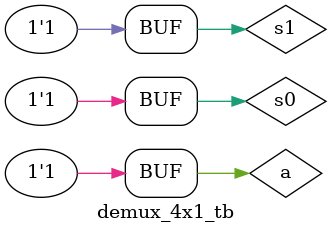
<source format=v>

module demux_4x1_tb();
reg a;
reg s0,s1;
wire  y0,y1,y2,y3;
demux4x1behav dut(.a(a),.s0(s0),.s1(s1),.y0(y0),.y1(y1),.y2(y2),.y3(y3));
initial begin
a=1;
s0=0;
s1=0;
#20
s0=0;
s1=1;
#20
s0=1;
s1=0;
#20
s0=1;
s1=1;
#20;
end

endmodule

</source>
